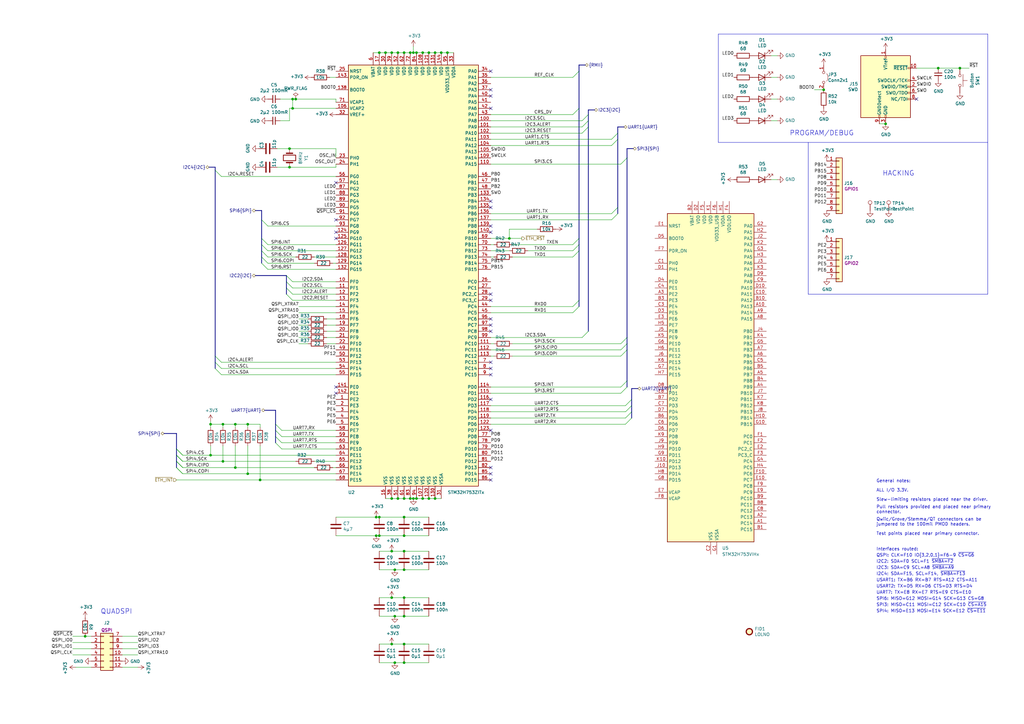
<source format=kicad_sch>
(kicad_sch (version 20250114) (generator "eeschema") (generator_version "9.0")
  (paper "A3")
  (title_block (title "Gimlet-let addon thingy") (date "2021-04-21") (rev "1") (company "Oxide Computer Company"))
  (bus_alias "I2C" (members "SDA" "SCL" "ALERT" "RESET"))
  (bus_alias "UART" (members "RX" "TX" "RTS" "CTS"))
  (text "SPI4: MISO=E13 MOSI=E14 SCK=E12 ~{CS=E11}" (at 359.41 251.46 0) (effects (font (size 1.27 1.27)) (justify left bottom)))
  (text "Slew-limiting resistors placed near the driver." (at 359.41 205.74 0) (effects (font (size 1.27 1.27)) (justify left bottom)))
  (text "QUADSPI" (at 41.275 252.095 0) (effects (font (size 2.0066 2.0066)) (justify left bottom)))
  (text "Test points placed near primary connector." (at 359.41 219.71 0) (effects (font (size 1.27 1.27)) (justify left bottom)))
  (text "ALL I/O 3.3V." (at 359.41 201.93 0) (effects (font (size 1.27 1.27)) (justify left bottom)))
  (text "Pull resistors provided and placed near primary\nconnector." (at 359.41 210.82 0) (effects (font (size 1.27 1.27)) (justify left bottom)))
  (text "Qwiic/Grove/Stemma/QT connectors can be\njumpered to the 100mil PMOD headers." (at 359.41 215.9 0) (effects (font (size 1.27 1.27)) (justify left bottom)))
  (text "I2C3: SDA=C9 SCL=A8 ~{SMBA=A9}" (at 359.41 233.68 0) (effects (font (size 1.27 1.27)) (justify left bottom)))
  (text "SPI6: MISO=G12 MOSI=G14 SCK=G13 CS=G8" (at 359.41 246.38 0) (effects (font (size 1.27 1.27)) (justify left bottom)))
  (text "SPI3: MISO=C11 MOSI=C12 SCK=C10 ~{CS=A15}" (at 359.41 248.92 0) (effects (font (size 1.27 1.27)) (justify left bottom)))
  (text "QSPI: CLK=F10 IO{3,2,0,1}=F6-9 ~{CS=G6}" (at 359.41 228.6 0) (effects (font (size 1.27 1.27)) (justify left bottom)))
  (text "I2C4: SDA=F15, SCL=F14, ~{SMBA=F13}" (at 359.41 236.22 0) (effects (font (size 1.27 1.27)) (justify left bottom)))
  (text "USART2: TX=D5 RX=D6 CTS=D3 RTS=D4" (at 359.41 241.3 0) (effects (font (size 1.27 1.27)) (justify left bottom)))
  (text "USART1: TX=B6 RX=B7 RTS=A12 CTS=A11" (at 359.41 238.76 0) (effects (font (size 1.27 1.27)) (justify left bottom)))
  (text "Interfaces routed:" (at 359.41 226.06 0) (effects (font (size 1.27 1.27)) (justify left bottom)))
  (text "HACKING" (at 361.95 72.39 0) (effects (font (size 2.0066 2.0066)) (justify left bottom)))
  (text "General notes:" (at 359.41 198.12 0) (effects (font (size 1.27 1.27)) (justify left bottom)))
  (text "PROGRAM/DEBUG" (at 323.85 55.88 0) (effects (font (size 2.0066 2.0066)) (justify left bottom)))
  (text "I2C2: SDA=F0 SCL=F1 ~{SMBA=F2}" (at 359.41 231.14 0) (effects (font (size 1.27 1.27)) (justify left bottom)))
  (text "UART7: TX=E8 RX=E7 RTS=E9 CTS=E10" (at 359.41 243.84 0) (effects (font (size 1.27 1.27)) (justify left bottom)))
  (junction (at 101.6 173.99))
  (junction (at 96.52 173.99))
  (junction (at 155.575 21.59))
  (junction (at 161.925 271.78))
  (junction (at 96.52 191.77))
  (junction (at 170.815 21.59))
  (junction (at 165.735 271.78))
  (junction (at 34.925 260.985))
  (junction (at 165.735 212.09))
  (junction (at 208.915 97.79))
  (junction (at 160.655 226.06))
  (junction (at 165.735 252.73))
  (junction (at 168.275 21.59))
  (junction (at 160.655 264.16))
  (junction (at 170.815 204.47))
  (junction (at 169.545 204.47))
  (junction (at 393.7 27.94))
  (junction (at 163.195 204.47))
  (junction (at 155.575 219.71))
  (junction (at 160.655 21.59))
  (junction (at 337.82 36.83))
  (junction (at 173.355 204.47))
  (junction (at 165.735 21.59))
  (junction (at 178.435 21.59))
  (junction (at 91.44 189.23))
  (junction (at 165.735 204.47))
  (junction (at 384.81 27.94))
  (junction (at 178.435 204.47))
  (junction (at 160.655 245.11))
  (junction (at 121.285 40.64))
  (junction (at 168.275 204.47))
  (junction (at 86.36 186.69))
  (junction (at 118.745 68.58))
  (junction (at 106.68 196.85))
  (junction (at 163.195 21.59))
  (junction (at 161.925 252.73))
  (junction (at 169.545 21.59))
  (junction (at 165.735 226.06))
  (junction (at 118.745 60.96))
  (junction (at 154.305 219.71))
  (junction (at 180.975 21.59))
  (junction (at 165.735 233.68))
  (junction (at 165.735 219.71))
  (junction (at 155.575 212.09))
  (junction (at 175.895 21.59))
  (junction (at 154.305 212.09))
  (junction (at 160.655 204.47))
  (junction (at 175.895 204.47))
  (junction (at 120.015 40.64))
  (junction (at 173.355 21.59))
  (junction (at 158.115 21.59))
  (junction (at 120.015 44.45))
  (junction (at 101.6 194.31))
  (junction (at 363.22 50.8))
  (junction (at 86.36 173.99))
  (junction (at 165.735 264.16))
  (junction (at 91.44 173.99))
  (junction (at 161.925 233.68))
  (junction (at 183.515 21.59))
  (junction (at 165.735 245.11))
  (no_connect (at 201.295 123.19))
  (no_connect (at 201.295 176.53))
  (no_connect (at 201.295 44.45))
  (no_connect (at 201.295 85.09))
  (no_connect (at 201.295 39.37))
  (no_connect (at 201.295 120.65))
  (no_connect (at 137.795 90.17))
  (no_connect (at 201.295 36.83))
  (no_connect (at 137.795 158.75))
  (no_connect (at 201.295 163.83))
  (no_connect (at 201.295 151.13))
  (no_connect (at 201.295 153.67))
  (no_connect (at 201.295 82.55))
  (no_connect (at 201.295 196.85))
  (no_connect (at 137.795 97.79))
  (no_connect (at 201.295 194.31))
  (no_connect (at 201.295 148.59))
  (no_connect (at 137.795 95.25))
  (no_connect (at 201.295 29.21))
  (no_connect (at 137.795 161.29))
  (no_connect (at 375.92 40.64))
  (no_connect (at 201.295 133.35))
  (no_connect (at 201.295 135.89))
  (no_connect (at 201.295 191.77))
  (no_connect (at 201.295 92.71))
  (no_connect (at 201.295 130.81))
  (no_connect (at 137.795 74.93))
  (no_connect (at 201.295 95.25))
  (bus_entry (at 259.08 168.91) (size -2.54 2.54))
  (bus_entry (at 72.39 189.23) (size 2.54 2.54))
  (bus_entry (at 88.265 148.59) (size 2.54 2.54))
  (bus_entry (at 107.315 105.41) (size 2.54 2.54))
  (bus_entry (at 107.315 100.33) (size 2.54 2.54))
  (bus_entry (at 72.39 186.69) (size 2.54 2.54))
  (bus_entry (at 117.475 120.65) (size 2.54 2.54))
  (bus_entry (at 237.49 97.79) (size -2.54 2.54))
  (bus_entry (at 113.03 176.53) (size 2.54 2.54))
  (bus_entry (at 257.175 140.97) (size -2.54 2.54))
  (bus_entry (at 241.3 135.89) (size -2.54 2.54))
  (bus_entry (at 107.315 97.79) (size 2.54 2.54))
  (bus_entry (at 259.08 166.37) (size -2.54 2.54))
  (bus_entry (at 257.175 143.51) (size -2.54 2.54))
  (bus_entry (at 259.08 163.83) (size -2.54 2.54))
  (bus_entry (at 237.49 123.19) (size -2.54 2.54))
  (bus_entry (at 237.49 102.87) (size -2.54 2.54))
  (bus_entry (at 241.3 52.07) (size -2.54 2.54))
  (bus_entry (at 113.03 181.61) (size 2.54 2.54))
  (bus_entry (at 237.49 29.21) (size -2.54 2.54))
  (bus_entry (at 72.39 191.77) (size 2.54 2.54))
  (bus_entry (at 113.03 179.07) (size 2.54 2.54))
  (bus_entry (at 107.315 90.17) (size 2.54 2.54))
  (bus_entry (at 237.49 44.45) (size -2.54 2.54))
  (bus_entry (at 257.175 158.75) (size -2.54 2.54))
  (bus_entry (at 117.475 113.03) (size 2.54 2.54))
  (bus_entry (at 72.39 184.15) (size 2.54 2.54))
  (bus_entry (at 253.365 57.15) (size -2.54 2.54))
  (bus_entry (at 253.365 54.61) (size -2.54 2.54))
  (bus_entry (at 113.03 173.99) (size 2.54 2.54))
  (bus_entry (at 88.265 151.13) (size 2.54 2.54))
  (bus_entry (at 107.315 102.87) (size 2.54 2.54))
  (bus_entry (at 259.08 171.45) (size -2.54 2.54))
  (bus_entry (at 257.175 138.43) (size -2.54 2.54))
  (bus_entry (at 253.365 87.63) (size -2.54 2.54))
  (bus_entry (at 241.3 49.53) (size -2.54 2.54))
  (bus_entry (at 72.39 191.77) (size 2.54 2.54))
  (bus_entry (at 72.39 184.15) (size 2.54 2.54))
  (bus_entry (at 72.39 189.23) (size 2.54 2.54))
  (bus_entry (at 257.175 64.77) (size -2.54 2.54))
  (bus_entry (at 72.39 186.69) (size 2.54 2.54))
  (bus_entry (at 88.265 69.85) (size 2.54 2.54))
  (bus_entry (at 237.49 100.33) (size -2.54 2.54))
  (bus_entry (at 117.475 118.11) (size 2.54 2.54))
  (bus_entry (at 107.315 107.95) (size 2.54 2.54))
  (bus_entry (at 117.475 115.57) (size 2.54 2.54))
  (bus_entry (at 237.49 125.73) (size -2.54 2.54))
  (bus_entry (at 88.265 146.05) (size 2.54 2.54))
  (bus_entry (at 253.365 85.09) (size -2.54 2.54))
  (bus_entry (at 257.175 156.21) (size -2.54 2.54))
  (bus_entry (at 241.3 46.99) (size -2.54 2.54))
  (wire (pts (xy 363.22 50.8) (xy 360.68 50.8)))
  (bus (pts (xy 72.39 189.23) (xy 72.39 191.77)))
  (wire (pts (xy 101.6 194.31) (xy 137.795 194.31)))
  (wire (pts (xy 86.36 172.72) (xy 86.36 173.99)))
  (wire (pts (xy 201.295 171.45) (xy 256.54 171.45)))
  (polyline (pts (xy 294.64 13.97) (xy 405.13 13.97)))
  (wire (pts (xy 91.44 173.99) (xy 91.44 175.26)))
  (bus (pts (xy 113.03 173.99) (xy 113.03 176.53)))
  (wire (pts (xy 90.805 151.13) (xy 137.795 151.13)))
  (wire (pts (xy 165.735 245.11) (xy 175.895 245.11)))
  (wire (pts (xy 137.795 68.58) (xy 118.745 68.58)))
  (bus (pts (xy 88.265 68.58) (xy 88.265 69.85)))
  (polyline (pts (xy 294.64 58.42) (xy 294.64 13.97)))
  (wire (pts (xy 122.555 135.89) (xy 126.365 135.89)))
  (bus (pts (xy 88.265 146.05) (xy 88.265 148.59)))
  (wire (pts (xy 170.815 21.59) (xy 173.355 21.59)))
  (wire (pts (xy 201.295 57.15) (xy 250.825 57.15)))
  (bus (pts (xy 104.775 86.36) (xy 107.315 86.36)))
  (wire (pts (xy 153.035 21.59) (xy 155.575 21.59)))
  (wire (pts (xy 91.44 173.99) (xy 96.52 173.99)))
  (wire (pts (xy 208.915 93.98) (xy 220.345 93.98)))
  (bus (pts (xy 240.03 26.67) (xy 237.49 26.67)))
  (wire (pts (xy 155.575 21.59) (xy 158.115 21.59)))
  (wire (pts (xy 165.735 264.16) (xy 175.895 264.16)))
  (wire (pts (xy 201.295 138.43) (xy 238.76 138.43)))
  (bus (pts (xy 257.175 140.97) (xy 257.175 143.51)))
  (bus (pts (xy 241.3 49.53) (xy 241.3 52.07)))
  (bus (pts (xy 67.31 177.8) (xy 72.39 177.8)))
  (wire (pts (xy 120.015 40.64) (xy 121.285 40.64)))
  (wire (pts (xy 210.185 105.41) (xy 234.95 105.41)))
  (bus (pts (xy 257.175 64.77) (xy 257.175 138.43)))
  (wire (pts (xy 155.575 245.11) (xy 160.655 245.11)))
  (wire (pts (xy 50.165 266.065) (xy 56.515 266.065)))
  (wire (pts (xy 133.985 140.97) (xy 137.795 140.97)))
  (bus (pts (xy 237.49 26.67) (xy 237.49 29.21)))
  (bus (pts (xy 257.175 60.96) (xy 257.175 64.77)))
  (wire (pts (xy 29.845 266.065) (xy 37.465 266.065)))
  (wire (pts (xy 161.925 233.68) (xy 155.575 233.68)))
  (wire (pts (xy 137.795 128.27) (xy 122.555 128.27)))
  (wire (pts (xy 160.655 204.47) (xy 163.195 204.47)))
  (wire (pts (xy 56.515 268.605) (xy 50.165 268.605)))
  (wire (pts (xy 109.855 107.95) (xy 128.905 107.95)))
  (wire (pts (xy 384.81 27.94) (xy 375.92 27.94)))
  (bus (pts (xy 241.3 46.99) (xy 241.3 49.53)))
  (wire (pts (xy 122.555 133.35) (xy 126.365 133.35)))
  (wire (pts (xy 91.44 189.23) (xy 121.285 189.23)))
  (wire (pts (xy 180.975 21.59) (xy 183.515 21.59)))
  (wire (pts (xy 202.565 100.33) (xy 201.295 100.33)))
  (wire (pts (xy 175.895 233.68) (xy 165.735 233.68)))
  (wire (pts (xy 118.745 44.45) (xy 118.745 49.53)))
  (wire (pts (xy 155.575 264.16) (xy 160.655 264.16)))
  (wire (pts (xy 158.115 21.59) (xy 160.655 21.59)))
  (wire (pts (xy 114.935 40.64) (xy 120.015 40.64)))
  (wire (pts (xy 316.23 31.75) (xy 318.77 31.75)))
  (wire (pts (xy 137.795 67.31) (xy 137.795 68.58)))
  (wire (pts (xy 201.295 90.17) (xy 250.825 90.17)))
  (wire (pts (xy 168.275 204.47) (xy 169.545 204.47)))
  (wire (pts (xy 178.435 21.59) (xy 180.975 21.59)))
  (wire (pts (xy 34.925 260.985) (xy 37.465 260.985)))
  (wire (pts (xy 120.015 118.11) (xy 137.795 118.11)))
  (wire (pts (xy 208.915 97.79) (xy 213.995 97.79)))
  (wire (pts (xy 121.285 40.64) (xy 137.795 40.64)))
  (wire (pts (xy 120.015 123.19) (xy 137.795 123.19)))
  (bus (pts (xy 243.84 45.085) (xy 241.3 45.085)))
  (wire (pts (xy 137.795 212.09) (xy 154.305 212.09)))
  (wire (pts (xy 137.795 219.71) (xy 154.305 219.71)))
  (bus (pts (xy 237.49 100.33) (xy 237.49 102.87)))
  (wire (pts (xy 50.165 263.525) (xy 56.515 263.525)))
  (wire (pts (xy 120.015 44.45) (xy 118.745 44.45)))
  (wire (pts (xy 393.7 27.94) (xy 384.81 27.94)))
  (wire (pts (xy 106.68 196.85) (xy 137.795 196.85)))
  (wire (pts (xy 115.57 184.15) (xy 137.795 184.15)))
  (wire (pts (xy 133.985 138.43) (xy 137.795 138.43)))
  (wire (pts (xy 109.855 100.33) (xy 137.795 100.33)))
  (bus (pts (xy 113.03 168.275) (xy 113.03 173.99)))
  (bus (pts (xy 72.39 186.69) (xy 72.39 189.23)))
  (bus (pts (xy 85.725 68.58) (xy 88.265 68.58)))
  (wire (pts (xy 86.36 182.88) (xy 86.36 186.69)))
  (wire (pts (xy 178.435 204.47) (xy 180.975 204.47)))
  (wire (pts (xy 210.185 140.97) (xy 254.635 140.97)))
  (bus (pts (xy 237.49 97.79) (xy 237.49 100.33)))
  (wire (pts (xy 122.555 130.81) (xy 126.365 130.81)))
  (wire (pts (xy 201.295 67.31) (xy 254.635 67.31)))
  (wire (pts (xy 316.23 73.66) (xy 318.77 73.66)))
  (wire (pts (xy 163.195 204.47) (xy 165.735 204.47)))
  (wire (pts (xy 175.895 271.78) (xy 165.735 271.78)))
  (wire (pts (xy 31.115 273.685) (xy 37.465 273.685)))
  (wire (pts (xy 201.295 59.69) (xy 250.825 59.69)))
  (wire (pts (xy 90.805 72.39) (xy 137.795 72.39)))
  (wire (pts (xy 133.985 135.89) (xy 137.795 135.89)))
  (bus (pts (xy 259.715 60.96) (xy 257.175 60.96)))
  (wire (pts (xy 165.735 271.78) (xy 161.925 271.78)))
  (bus (pts (xy 253.365 57.15) (xy 253.365 85.09)))
  (wire (pts (xy 137.795 64.77) (xy 137.795 60.96)))
  (wire (pts (xy 122.555 138.43) (xy 126.365 138.43)))
  (bus (pts (xy 104.775 113.03) (xy 117.475 113.03)))
  (wire (pts (xy 201.295 105.41) (xy 202.565 105.41)))
  (wire (pts (xy 155.575 226.06) (xy 160.655 226.06)))
  (bus (pts (xy 253.365 85.09) (xy 253.365 87.63)))
  (bus (pts (xy 253.365 54.61) (xy 253.365 57.15)))
  (wire (pts (xy 109.855 102.87) (xy 137.795 102.87)))
  (bus (pts (xy 113.03 176.53) (xy 113.03 179.07)))
  (wire (pts (xy 397.51 27.94) (xy 393.7 27.94)))
  (wire (pts (xy 90.805 148.59) (xy 137.795 148.59)))
  (wire (pts (xy 160.655 226.06) (xy 165.735 226.06)))
  (bus (pts (xy 259.08 168.91) (xy 259.08 171.45)))
  (wire (pts (xy 106.68 175.26) (xy 106.68 173.99)))
  (wire (pts (xy 86.36 173.99) (xy 86.36 175.26)))
  (wire (pts (xy 201.295 168.91) (xy 256.54 168.91)))
  (wire (pts (xy 165.735 226.06) (xy 175.895 226.06)))
  (wire (pts (xy 115.57 176.53) (xy 137.795 176.53)))
  (wire (pts (xy 137.795 60.96) (xy 118.745 60.96)))
  (bus (pts (xy 113.03 179.07) (xy 113.03 181.61)))
  (wire (pts (xy 169.545 21.59) (xy 170.815 21.59)))
  (wire (pts (xy 106.68 182.88) (xy 106.68 196.85)))
  (bus (pts (xy 107.315 97.79) (xy 107.315 100.33)))
  (wire (pts (xy 201.295 158.75) (xy 254.635 158.75)))
  (wire (pts (xy 133.985 130.81) (xy 137.795 130.81)))
  (wire (pts (xy 86.36 173.99) (xy 91.44 173.99)))
  (bus (pts (xy 257.175 138.43) (xy 257.175 140.97)))
  (wire (pts (xy 160.655 245.11) (xy 165.735 245.11)))
  (wire (pts (xy 318.77 49.53) (xy 316.23 49.53)))
  (bus (pts (xy 257.175 143.51) (xy 257.175 156.21)))
  (wire (pts (xy 155.575 212.09) (xy 165.735 212.09)))
  (wire (pts (xy 201.295 146.05) (xy 202.565 146.05)))
  (wire (pts (xy 316.23 40.64) (xy 318.77 40.64)))
  (wire (pts (xy 201.295 125.73) (xy 234.95 125.73)))
  (polyline (pts (xy 405.13 58.42) (xy 294.64 58.42)))
  (wire (pts (xy 109.855 110.49) (xy 137.795 110.49)))
  (wire (pts (xy 165.735 233.68) (xy 161.925 233.68)))
  (wire (pts (xy 216.535 102.87) (xy 234.95 102.87)))
  (wire (pts (xy 137.795 40.64) (xy 137.795 41.91)))
  (bus (pts (xy 108.585 168.275) (xy 113.03 168.275)))
  (wire (pts (xy 115.57 179.07) (xy 137.795 179.07)))
  (wire (pts (xy 154.305 212.09) (xy 155.575 212.09)))
  (wire (pts (xy 120.015 40.64) (xy 120.015 44.45)))
  (wire (pts (xy 137.795 44.45) (xy 120.015 44.45)))
  (wire (pts (xy 96.52 173.99) (xy 96.52 175.26)))
  (wire (pts (xy 163.195 21.59) (xy 165.735 21.59)))
  (wire (pts (xy 173.355 204.47) (xy 175.895 204.47)))
  (wire (pts (xy 201.295 52.07) (xy 238.76 52.07)))
  (wire (pts (xy 74.93 186.69) (xy 86.36 186.69)))
  (wire (pts (xy 113.665 60.96) (xy 118.745 60.96)))
  (wire (pts (xy 155.575 219.71) (xy 154.305 219.71)))
  (bus (pts (xy 237.49 44.45) (xy 237.49 97.79)))
  (bus (pts (xy 72.39 184.15) (xy 72.39 186.69)))
  (bus (pts (xy 241.3 52.07) (xy 241.3 135.89)))
  (wire (pts (xy 169.545 19.05) (xy 169.545 21.59)))
  (bus (pts (xy 237.49 123.19) (xy 237.49 125.73)))
  (bus (pts (xy 237.49 29.21) (xy 237.49 44.45)))
  (wire (pts (xy 168.275 21.59) (xy 169.545 21.59)))
  (wire (pts (xy 109.855 92.71) (xy 137.795 92.71)))
  (wire (pts (xy 165.735 252.73) (xy 161.925 252.73)))
  (wire (pts (xy 316.23 22.86) (xy 318.77 22.86)))
  (bus (pts (xy 255.905 52.07) (xy 253.365 52.07)))
  (wire (pts (xy 50.165 260.985) (xy 56.515 260.985)))
  (wire (pts (xy 208.915 97.79) (xy 208.915 93.98)))
  (wire (pts (xy 201.295 54.61) (xy 238.76 54.61)))
  (wire (pts (xy 160.655 21.59) (xy 163.195 21.59)))
  (wire (pts (xy 74.93 194.31) (xy 101.6 194.31)))
  (bus (pts (xy 257.175 156.21) (xy 257.175 158.75)))
  (bus (pts (xy 88.265 148.59) (xy 88.265 151.13)))
  (polyline (pts (xy 331.47 120.65) (xy 405.13 120.65)))
  (wire (pts (xy 113.665 68.58) (xy 118.745 68.58)))
  (wire (pts (xy 136.525 191.77) (xy 137.795 191.77)))
  (wire (pts (xy 96.52 182.88) (xy 96.52 191.77)))
  (wire (pts (xy 173.355 21.59) (xy 175.895 21.59)))
  (bus (pts (xy 259.08 166.37) (xy 259.08 168.91)))
  (polyline (pts (xy 405.13 13.97) (xy 405.13 120.65)))
  (bus (pts (xy 117.475 118.11) (xy 117.475 120.65)))
  (wire (pts (xy 74.93 189.23) (xy 91.44 189.23)))
  (bus (pts (xy 253.365 52.07) (xy 253.365 54.61)))
  (wire (pts (xy 161.925 252.73) (xy 155.575 252.73)))
  (polyline (pts (xy 331.47 58.42) (xy 331.47 120.65)))
  (wire (pts (xy 165.735 212.09) (xy 175.895 212.09)))
  (wire (pts (xy 201.295 97.79) (xy 208.915 97.79)))
  (wire (pts (xy 133.985 133.35) (xy 137.795 133.35)))
  (wire (pts (xy 101.6 173.99) (xy 101.6 175.26)))
  (wire (pts (xy 74.93 191.77) (xy 96.52 191.77)))
  (wire (pts (xy 201.295 140.97) (xy 202.565 140.97)))
  (bus (pts (xy 107.315 100.33) (xy 107.315 102.87)))
  (wire (pts (xy 101.6 182.88) (xy 101.6 194.31)))
  (bus (pts (xy 117.475 115.57) (xy 117.475 118.11)))
  (wire (pts (xy 201.295 143.51) (xy 254.635 143.51)))
  (bus (pts (xy 107.315 102.87) (xy 107.315 105.41)))
  (bus (pts (xy 72.39 177.8) (xy 72.39 184.15)))
  (wire (pts (xy 122.555 140.97) (xy 126.365 140.97)))
  (wire (pts (xy 161.925 271.78) (xy 155.575 271.78)))
  (wire (pts (xy 201.295 128.27) (xy 234.95 128.27)))
  (bus (pts (xy 261.62 159.385) (xy 259.08 159.385)))
  (wire (pts (xy 135.255 31.75) (xy 137.795 31.75)))
  (wire (pts (xy 96.52 173.99) (xy 101.6 173.99)))
  (wire (pts (xy 201.295 161.29) (xy 254.635 161.29)))
  (wire (pts (xy 210.185 146.05) (xy 254.635 146.05)))
  (wire (pts (xy 201.295 102.87) (xy 208.915 102.87)))
  (wire (pts (xy 165.735 219.71) (xy 155.575 219.71)))
  (bus (pts (xy 237.49 102.87) (xy 237.49 123.19)))
  (wire (pts (xy 118.745 49.53) (xy 114.935 49.53)))
  (wire (pts (xy 109.855 105.41) (xy 121.285 105.41)))
  (wire (pts (xy 210.185 100.33) (xy 234.95 100.33)))
  (wire (pts (xy 165.735 204.47) (xy 168.275 204.47)))
  (wire (pts (xy 158.115 204.47) (xy 160.655 204.47)))
  (wire (pts (xy 101.6 173.99) (xy 106.68 173.99)))
  (wire (pts (xy 169.545 204.47) (xy 170.815 204.47)))
  (bus (pts (xy 88.265 69.85) (xy 88.265 146.05)))
  (wire (pts (xy 29.845 260.985) (xy 34.925 260.985)))
  (wire (pts (xy 137.795 125.73) (xy 122.555 125.73)))
  (wire (pts (xy 29.845 268.605) (xy 37.465 268.605)))
  (wire (pts (xy 72.39 196.85) (xy 106.68 196.85)))
  (wire (pts (xy 334.01 36.83) (xy 337.82 36.83)))
  (wire (pts (xy 170.815 204.47) (xy 173.355 204.47)))
  (wire (pts (xy 91.44 182.88) (xy 91.44 189.23)))
  (wire (pts (xy 201.295 173.99) (xy 256.54 173.99)))
  (wire (pts (xy 136.525 107.95) (xy 137.795 107.95)))
  (bus (pts (xy 259.08 159.385) (xy 259.08 163.83)))
  (wire (pts (xy 56.515 273.685) (xy 50.165 273.685)))
  (wire (pts (xy 201.295 87.63) (xy 250.825 87.63)))
  (wire (pts (xy 160.655 264.16) (xy 165.735 264.16)))
  (wire (pts (xy 201.295 46.99) (xy 234.95 46.99)))
  (wire (pts (xy 165.735 21.59) (xy 168.275 21.59)))
  (bus (pts (xy 107.315 105.41) (xy 107.315 107.95)))
  (wire (pts (xy 175.895 252.73) (xy 165.735 252.73)))
  (wire (pts (xy 175.895 204.47) (xy 178.435 204.47)))
  (wire (pts (xy 175.895 21.59) (xy 178.435 21.59)))
  (wire (pts (xy 175.895 219.71) (xy 165.735 219.71)))
  (wire (pts (xy 86.36 186.69) (xy 137.795 186.69)))
  (wire (pts (xy 120.015 120.65) (xy 137.795 120.65)))
  (bus (pts (xy 107.315 86.36) (xy 107.315 90.17)))
  (wire (pts (xy 183.515 21.59) (xy 186.055 21.59)))
  (wire (pts (xy 201.295 31.75) (xy 234.95 31.75)))
  (wire (pts (xy 96.52 191.77) (xy 128.905 191.77)))
  (wire (pts (xy 29.845 263.525) (xy 37.465 263.525)))
  (wire (pts (xy 128.905 105.41) (xy 137.795 105.41)))
  (bus (pts (xy 117.475 113.03) (xy 117.475 115.57)))
  (wire (pts (xy 90.805 153.67) (xy 137.795 153.67)))
  (wire (pts (xy 128.905 189.23) (xy 137.795 189.23)))
  (bus (pts (xy 259.08 163.83) (xy 259.08 166.37)))
  (wire (pts (xy 201.295 49.53) (xy 238.76 49.53)))
  (wire (pts (xy 115.57 181.61) (xy 137.795 181.61)))
  (bus (pts (xy 241.3 45.085) (xy 241.3 46.99)))
  (wire (pts (xy 120.015 115.57) (xy 137.795 115.57)))
  (wire (pts (xy 201.295 166.37) (xy 256.54 166.37)))
  (bus (pts (xy 107.315 90.17) (xy 107.315 97.79)))
  (label "~{RST}" (at 397.51 27.94 0))
  (label "TXEN" (at 224.155 100.33 0))
  (label "UART2.RX" (at 219.075 173.99 0))
  (label "QSPI_IO1" (at 122.555 138.43 180))
  (label "BOOT0" (at 334.01 36.83 180))
  (label "I2C4.RESET" (at 93.345 72.39 0))
  (label "UART1.RX" (at 215.9 90.17 0))
  (label "QSPI_CLK" (at 122.555 140.97 180))
  (label "I2C3.ALERT" (at 215.265 52.07 0))
  (label "SPI6.RST" (at 111.125 110.49 0))
  (label "PE5" (at 339.09 109.22 180))
  (label "PB0" (at 201.295 72.39 0))
  (label "PF11" (at 137.795 143.51 180))
  (label "PE2" (at 339.09 101.6 180))
  (label "LED1" (at 300.99 31.75 180))
  (label "SPI6.SCK" (at 111.125 105.41 0))
  (label "QSPI_CLK" (at 29.845 268.605 180))
  (label "BOOT0" (at 137.795 36.83 180))
  (label "I2C2.SCL" (at 123.825 118.11 0))
  (label "PE4" (at 339.09 106.68 180))
  (label "UART7.RTS" (at 120.015 181.61 0))
  (label "OSC_IN" (at 137.795 64.77 180))
  (label "LED3" (at 137.795 85.09 180))
  (label "TXD1" (at 219.075 105.41 0))
  (label "~{QSPI_CS}" (at 29.845 260.985 180))
  (label "SPI3.RST" (at 219.075 161.29 0))
  (label "QSPI_XTRA7" (at 122.555 125.73 180))
  (label "SWDIO" (at 375.92 35.56 0))
  (label "LED2" (at 300.99 40.64 180))
  (label "SPI6.COPI" (at 111.125 107.95 0))
  (label "PB1" (at 201.295 74.93 0))
  (label "QSPI_XTRA10" (at 122.555 128.27 180))
  (label "QSPI_IO2" (at 122.555 133.35 180))
  (label "QSPI_IO3" (at 122.555 130.81 180))
  (label "RXD0" (at 219.075 125.73 0))
  (label "PD12" (at 339.09 83.82 180))
  (label "SWDIO" (at 201.295 62.23 0))
  (label "SWO" (at 201.295 80.01 0))
  (label "~{QSPI_CS}" (at 137.795 87.63 180))
  (label "LED3" (at 300.99 49.53 180))
  (label "CRS_DV" (at 219.075 46.99 0))
  (label "I2C2.SDA" (at 123.825 115.57 0))
  (label "UART1.RTS" (at 215.265 59.69 0))
  (label "QSPI_XTRA10" (at 56.515 268.605 0))
  (label "PD10" (at 201.295 184.15 0))
  (label "SPI3.INT" (at 219.075 158.75 0))
  (label "SWO" (at 375.92 38.1 0))
  (label "I2C3.RESET" (at 215.265 54.61 0))
  (label "PE3" (at 339.09 104.14 180))
  (label "QSPI_XTRA7" (at 56.515 260.985 0))
  (label "I2C2.ALERT" (at 123.825 120.65 0))
  (label "PB14" (at 201.295 107.95 0))
  (label "PE6" (at 339.09 111.76 180))
  (label "SPI3.COPI" (at 219.075 146.05 0))
  (label "UART7.CTS" (at 120.015 184.15 0))
  (label "SWCLK" (at 201.295 64.77 0))
  (label "SPI6.CIPO" (at 111.125 102.87 0))
  (label "UART2.RTS" (at 219.075 168.91 0))
  (label "SPI3.CIPO" (at 219.075 143.51 0))
  (label "SPI4.CIPO" (at 76.2 191.77 0))
  (label "LED2" (at 137.795 82.55 180))
  (label "SPI4.SCK" (at 76.2 189.23 0))
  (label "PE6" (at 137.795 173.99 180))
  (label "UART1.CTS" (at 215.265 57.15 0))
  (label "PD11" (at 201.295 186.69 0))
  (label "PD12" (at 201.295 189.23 0))
  (label "PE3" (at 137.795 166.37 180))
  (label "QSPI_IO2" (at 56.515 263.525 0))
  (label "PD8" (at 201.295 179.07 0))
  (label "UART7.TX" (at 120.015 179.07 0))
  (label "I2C4.SDA" (at 93.345 153.67 0))
  (label "QSPI_IO0" (at 122.555 135.89 180))
  (label "I2C4.ALERT" (at 93.345 148.59 0))
  (label "SPI6.CS" (at 111.125 92.71 0))
  (label "PD10" (at 339.09 78.74 180))
  (label "QSPI_IO0" (at 29.845 263.525 180))
  (label "UART2.CTS" (at 219.075 166.37 0))
  (label "PB15" (at 339.09 71.12 180))
  (label "~{RST}" (at 137.795 29.21 180))
  (label "PE5" (at 137.795 171.45 180))
  (label "PB14" (at 339.09 68.58 180))
  (label "PD9" (at 201.295 181.61 0))
  (label "LED0" (at 300.99 22.86 180))
  (label "SPI3.CS" (at 219.075 67.31 0))
  (label "PD11" (at 339.09 81.28 180))
  (label "LED0" (at 137.795 77.47 180))
  (label "QSPI_IO1" (at 29.845 266.065 180))
  (label "SPI4.CS" (at 76.2 186.69 0))
  (label "PE2" (at 137.795 163.83 180))
  (label "I2C4.SCL" (at 93.345 151.13 0))
  (label "PD8" (at 339.09 73.66 180))
  (label "SWCLK" (at 375.92 33.02 0))
  (label "UART7.RX" (at 120.015 176.53 0))
  (label "SPI6.INT" (at 111.125 100.33 0))
  (label "I2C2.RESET" (at 123.825 123.19 0))
  (label "QSPI_IO3" (at 56.515 266.065 0))
  (label "UART2.TX" (at 219.075 171.45 0))
  (label "REF_CLK" (at 219.075 31.75 0))
  (label "PE4" (at 137.795 168.91 180))
  (label "I2C3.SDA" (at 215.265 138.43 0))
  (label "I2C3.SCL" (at 215.265 49.53 0))
  (label "RXD1" (at 219.075 128.27 0))
  (label "LED1" (at 137.795 80.01 180))
  (label "PF12" (at 137.795 146.05 180))
  (label "SPI3.SCK" (at 219.075 140.97 0))
  (label "OSC_OUT" (at 137.795 67.31 180))
  (label "SPI4.COPI" (at 76.2 194.31 0))
  (label "PB15" (at 201.295 110.49 0))
  (label "PD9" (at 339.09 76.2 180))
  (label "TXD0" (at 219.075 102.87 0))
  (label "PB2" (at 201.295 77.47 0))
  (label "UART1.TX" (at 215.9 87.63 0))
  (hierarchical_label "UART7{UART}" (shape bidirectional) (at 108.585 168.275 180))
  (hierarchical_label "SPI4{SPI}" (shape bidirectional) (at 67.31 177.8 180))
  (hierarchical_label "~{ETH_RST}" (shape output) (at 213.995 97.79 0))
  (hierarchical_label "{RMII}" (shape bidirectional) (at 240.03 26.67 0))
  (hierarchical_label "I2C3{I2C}" (shape bidirectional) (at 243.84 45.085 0))
  (hierarchical_label "UART1{UART}" (shape bidirectional) (at 255.905 52.07 0))
  (hierarchical_label "I2C4{I2C}" (shape bidirectional) (at 85.725 68.58 180))
  (hierarchical_label "~{ETH_INT}" (shape input) (at 72.39 196.85 180))
  (hierarchical_label "SPI6{SPI}" (shape bidirectional) (at 104.775 86.36 180))
  (hierarchical_label "I2C2{I2C}" (shape bidirectional) (at 104.775 113.03 180))
  (hierarchical_label "UART2{UART}" (shape bidirectional) (at 261.62 159.385 0))
  (hierarchical_label "SPI3{SPI}" (shape bidirectional) (at 259.715 60.96 0))
  (symbol (lib_id "gimletlet-rescue:Conn_ARM_JTAG_SWD_10-Connector") (at 363.22 35.56 0) (unit 1)
    (property "Reference" "J15" (at 351.9678 34.3916 0) (effects (justify right)))
    (property "Value" "SWD" (at 351.9678 36.703 0) (effects (justify right)))
    (property "Footprint" "Connector_PinHeader_1.27mm:PinHeader_2x05_P1.27mm_Vertical_SMD" (effects (hide yes)))
    (property "Datasheet" "http://infocenter.arm.com/help/topic/com.arm.doc.ddi0314h/DDI0314H_coresight_components_trm.pdf" (effects (hide yes)))
    (property "MPN" "FTSH-105-01-F-DV-K" (effects (hide yes)))
    (property "Mfg" "Samtec Inc." (effects (hide yes)))
    (property "Comment" "SWD" (effects (hide yes)))
  )
  (symbol (lib_id "gimletlet-rescue:SW_Push-Switch") (at 393.7 33.02 270) (unit 1)
    (property "Reference" "SW1" (at 400.939 33.02 0))
    (property "Value" "Button" (at 398.6276 33.02 0))
    (property "Footprint" "c-and-k-pts851:PTS815" (effects (hide yes)))
    (property "MPN" "PTS815 SJM 250 SMTR LFS" (effects (hide yes)))
    (property "Mfg" "C&K" (effects (hide yes)))
    (property "Comment" "RESET" (effects (hide yes)))
  )
  (symbol (lib_id "gimletlet-rescue:Crystal-Device") (at 118.745 64.77 270) (mirror x) (unit 1)
    (property "Reference" "Y1" (at 125.5522 64.77 0))
    (property "Value" "8MHz" (at 123.2408 64.77 0))
    (property "Footprint" "Crystal:Crystal_SMD_5032-2Pin_5.0x3.2mm" (effects (hide yes)))
    (property "Mfg" " ECS Inc." (effects (hide yes)))
    (property "MPN" "ECS-80-12-30Q-DS-TR" (effects (hide yes)))
  )
  (symbol (lib_id "gimletlet-rescue:C_Small-Device") (at 384.81 30.48 0) (unit 1)
    (property "Reference" "C20" (at 387.1468 29.3116 0) (effects (justify left)))
    (property "Value" "100n" (at 387.1468 31.623 0) (effects (justify left)))
    (property "Footprint" "Capacitor_SMD:C_0402_1005Metric" (effects (hide yes)))
    (property "MPN" "C0603C104M4RACTU" (effects (hide yes)))
    (property "Mfg" "Kemet" (effects (hide yes)))
  )
  (symbol (lib_id "gimletlet-rescue:GND-power") (at 393.7 38.1 0) (unit 1)
    (property "Reference" "#PWR0107" (effects (hide yes)))
    (property "Value" "GND" (at 393.827 42.4942 0))
  )
  (symbol (lib_id "gimletlet-rescue:GND-power") (at 384.81 33.02 0) (unit 1)
    (property "Reference" "#PWR0104" (effects (hide yes)))
    (property "Value" "GND" (at 384.937 37.4142 0))
  )
  (symbol (lib_id "gimletlet-rescue:GND-power") (at 363.22 50.8 0) (unit 1)
    (property "Reference" "#PWR099" (effects (hide yes)))
    (property "Value" "GND" (at 363.347 55.1942 0))
  )
  (symbol (lib_id "gimletlet-rescue:+3V3-power") (at 363.22 20.32 0) (unit 1)
    (property "Reference" "#PWR098" (effects (hide yes)))
    (property "Value" "+3V3" (at 363.601 15.9258 0))
  )
  (symbol (lib_id "stm32h7:STM32H753ZITx") (at 170.815 113.03 0) (unit 1)
    (property "Reference" "U2" (at 144.145 201.93 0))
    (property "Value" "STM32H753ZITx" (at 191.135 201.93 0))
    (property "Footprint" "Package_QFP:LQFP-144_20x20mm_P0.5mm" (effects (hide yes)))
    (property "Datasheet" "http://www.st.com/st-web-ui/static/active/en/resource/technical/document/datasheet/DM00388325.pdf" (effects (hide yes)))
    (property "MPN" "STM32H753ZIT6" (effects (hide yes)))
    (property "Mfg" "STMicroelectronics" (effects (hide yes)))
  )
  (symbol (lib_id "gimletlet-rescue:C_Small-Device") (at 112.395 40.64 270) (unit 1)
    (property "Reference" "C5" (at 112.395 34.8234 90))
    (property "Value" "2µ2 100mR" (at 112.395 37.1348 90))
    (property "Footprint" "Capacitor_SMD:C_0603_1608Metric" (effects (hide yes)))
    (property "MPN" "C0603C225K4PACTU" (effects (hide yes)))
    (property "Mfg" "Kemet" (effects (hide yes)))
  )
  (symbol (lib_id "gimletlet-rescue:C_Small-Device") (at 112.395 49.53 270) (unit 1)
    (property "Reference" "C6" (at 112.395 43.7134 90))
    (property "Value" "2µ2 100mR" (at 112.395 46.0248 90))
    (property "Footprint" "Capacitor_SMD:C_0603_1608Metric" (effects (hide yes)))
    (property "MPN" "C0603C225K4PACTU" (effects (hide yes)))
    (property "Mfg" "Kemet" (effects (hide yes)))
  )
  (symbol (lib_id "gimletlet-rescue:GND-power") (at 109.855 40.64 270) (unit 1)
    (property "Reference" "#PWR072" (effects (hide yes)))
    (property "Value" "GND" (at 106.6038 40.767 90) (effects (justify right)))
  )
  (symbol (lib_id "gimletlet-rescue:GND-power") (at 109.855 49.53 270) (unit 1)
    (property "Reference" "#PWR073" (effects (hide yes)))
    (property "Value" "GND" (at 106.6038 49.657 90) (effects (justify right)))
  )
  (symbol (lib_id "gimletlet-rescue:R-Device") (at 131.445 31.75 270) (unit 1)
    (property "Reference" "R38" (at 131.445 29.21 90))
    (property "Value" "10k" (at 131.445 31.75 90))
    (property "Footprint" "Resistor_SMD:R_0402_1005Metric" (effects (hide yes)))
    (property "MPN" "CR0603-JW-103ELF" (effects (hide yes)))
    (property "Mfg" "Bourns Inc." (effects (hide yes)))
  )
  (symbol (lib_id "gimletlet-rescue:+3V3-power") (at 127.635 31.75 90) (unit 1)
    (property "Reference" "#PWR074" (effects (hide yes)))
    (property "Value" "+3V3" (at 124.3838 31.369 90) (effects (justify left)))
  )
  (symbol (lib_id "gimletlet-rescue:PWR_FLAG-power") (at 121.285 40.64 0) (unit 1)
    (property "Reference" "#FLG01" (effects (hide yes)))
    (property "Value" "PWR_FLAG" (at 121.285 36.2458 0))
  )
  (symbol (lib_id "gimletlet-rescue:+3V3-power") (at 169.545 19.05 0) (unit 1)
    (property "Reference" "#PWR084" (effects (hide yes)))
    (property "Value" "+3V3" (at 169.926 14.6558 0))
  )
  (symbol (lib_id "gimletlet-rescue:GND-power") (at 169.545 204.47 0) (unit 1)
    (property "Reference" "#PWR085" (effects (hide yes)))
    (property "Value" "GND" (at 169.672 208.8642 0))
  )
  (symbol (lib_id "gimletlet-rescue:R-Device") (at 206.375 100.33 270) (unit 1)
    (property "Reference" "R42" (at 205.105 97.79 90))
    (property "Value" "22" (at 206.375 100.33 90))
    (property "Footprint" "Resistor_SMD:R_0402_1005Metric" (effects (hide yes)))
    (property "MPN" "CR0603-JW-220ELF" (effects (hide yes)))
    (property "Mfg" "Bourns Inc." (effects (hide yes)))
  )
  (symbol (lib_id "gimletlet-rescue:R-Device") (at 206.375 105.41 270) (unit 1)
    (property "Reference" "R43" (at 205.105 102.87 90))
    (property "Value" "22" (at 206.375 105.41 90))
    (property "Footprint" "Resistor_SMD:R_0402_1005Metric" (effects (hide yes)))
    (property "MPN" "CR0603-JW-220ELF" (effects (hide yes)))
    (property "Mfg" "Bourns Inc." (effects (hide yes)))
  )
  (symbol (lib_id "gimletlet-rescue:R-Device") (at 212.725 102.87 270) (unit 1)
    (property "Reference" "R47" (at 211.455 100.33 90))
    (property "Value" "22" (at 212.725 102.87 90))
    (property "Footprint" "Resistor_SMD:R_0402_1005Metric" (effects (hide yes)))
    (property "MPN" "CR0603-JW-220ELF" (effects (hide yes)))
    (property "Mfg" "Bourns Inc." (effects (hide yes)))
  )
  (symbol (lib_id "gimletlet-rescue:C-Device") (at 109.855 68.58 270) (mirror x) (unit 1)
    (property "Reference" "C4" (at 107.315 68.58 0) (effects (justify left)))
    (property "Value" "11p" (at 112.395 68.58 0) (effects (justify left)))
    (property "Footprint" "Capacitor_SMD:C_0603_1608Metric" (effects (hide yes)))
    (property "MPN" "C0603C110J5GACTU" (effects (hide yes)))
    (property "Mfg" "Kemet" (effects (hide yes)))
  )
  (symbol (lib_id "gimletlet-rescue:C-Device") (at 109.855 60.96 270) (mirror x) (unit 1)
    (property "Reference" "C3" (at 107.315 60.96 0) (effects (justify left)))
    (property "Value" "11p" (at 112.395 60.96 0) (effects (justify left)))
    (property "Footprint" "Capacitor_SMD:C_0603_1608Metric" (effects (hide yes)))
    (property "MPN" "C0603C110J5GACTU" (effects (hide yes)))
    (property "Mfg" "Kemet" (effects (hide yes)))
  )
  (symbol (lib_id "gimletlet-rescue:GND-power") (at 106.045 68.58 270) (mirror x) (unit 1)
    (property "Reference" "#PWR071" (effects (hide yes)))
    (property "Value" "GND" (at 101.6508 68.453 0))
  )
  (symbol (lib_id "gimletlet-rescue:GND-power") (at 106.045 60.96 270) (mirror x) (unit 1)
    (property "Reference" "#PWR070" (effects (hide yes)))
    (property "Value" "GND" (at 101.6508 60.833 0))
  )
  (symbol (lib_id "gimletlet-rescue:R-Device") (at 337.82 40.64 0) (unit 1)
    (property "Reference" "R52" (at 339.598 39.4716 0) (effects (justify left)))
    (property "Value" "10k" (at 339.598 41.783 0) (effects (justify left)))
    (property "Footprint" "Resistor_SMD:R_0402_1005Metric" (effects (hide yes)))
    (property "MPN" "CR0603-JW-103ELF" (effects (hide yes)))
    (property "Mfg" "Bourns Inc." (effects (hide yes)))
  )
  (symbol (lib_id "gimletlet-rescue:Jumper_2_Open-Jumper") (at 337.82 31.75 270) (unit 1)
    (property "Reference" "JP3" (at 339.5472 30.5816 90) (effects (justify left)))
    (property "Value" "Conn2x1" (at 339.5472 32.893 90) (effects (justify left)))
    (property "Footprint" "Connector_PinHeader_2.54mm:PinHeader_2x01_P2.54mm_Vertical" (effects (hide yes)))
    (property "MPN" "PH1-02-UA" (effects (hide yes)))
    (property "Mfg" "Adam Tech" (effects (hide yes)))
    (property "Comment" "ROM" (effects (hide yes)))
  )
  (symbol (lib_id "gimletlet-rescue:+3V3-power") (at 337.82 26.67 0) (unit 1)
    (property "Reference" "#PWR090" (effects (hide yes)))
    (property "Value" "+3V3" (at 338.201 22.2758 0))
  )
  (symbol (lib_id "gimletlet-rescue:GND-power") (at 337.82 44.45 0) (unit 1)
    (property "Reference" "#PWR091" (effects (hide yes)))
    (property "Value" "GND" (at 337.947 48.8442 0))
  )
  (symbol (lib_id "gimletlet-rescue:LED-Device") (at 312.42 22.86 180) (unit 1)
    (property "Reference" "D1" (at 312.5978 16.383 0))
    (property "Value" "LED" (at 312.5978 18.6944 0))
    (property "Footprint" "LED_SMD:LED_0603_1608Metric" (effects (hide yes)))
    (property "MPN" "150060RS75000" (effects (hide yes)))
    (property "Mfg" "Würth Elektronik" (effects (hide yes)))
  )
  (symbol (lib_id "gimletlet-rescue:LED-Device") (at 312.42 31.75 180) (unit 1)
    (property "Reference" "D2" (at 312.5978 25.273 0))
    (property "Value" "LED" (at 312.5978 27.5844 0))
    (property "Footprint" "LED_SMD:LED_0603_1608Metric" (effects (hide yes)))
    (property "MPN" "150060AS75000" (effects (hide yes)))
    (property "Mfg" "Würth Elektronik" (effects (hide yes)))
  )
  (symbol (lib_id "gimletlet-rescue:LED-Device") (at 312.42 40.64 180) (unit 1)
    (property "Reference" "D3" (at 312.5978 34.163 0))
    (property "Value" "LED" (at 312.5978 36.4744 0))
    (property "Footprint" "LED_SMD:LED_0603_1608Metric" (effects (hide yes)))
    (property "MPN" "150060GS75000" (effects (hide yes)))
    (property "Mfg" "Würth Elektronik" (effects (hide yes)))
  )
  (symbol (lib_id "gimletlet-rescue:LED-Device") (at 312.42 49.53 180) (unit 1)
    (property "Reference" "D4" (at 312.5978 43.053 0))
    (property "Value" "LED" (at 312.5978 45.3644 0))
    (property "Footprint" "LED_SMD:LED_0603_1608Metric" (effects (hide yes)))
    (property "MPN" "150060BS75000" (effects (hide yes)))
    (property "Mfg" "Würth Elektronik" (effects (hide yes)))
  )
  (symbol (lib_id "gimletlet-rescue:R-Device") (at 304.8 22.86 270) (unit 1)
    (property "Reference" "R48" (at 304.8 17.6022 90))
    (property "Value" "68" (at 304.8 19.9136 90))
    (property "Footprint" "Resistor_SMD:R_0603_1608Metric" (effects (hide yes)))
    (property "MPN" "CR0603-JW-680ELF" (effects (hide yes)))
    (property "Mfg" "Bourns Inc." (effects (hide yes)))
  )
  (symbol (lib_id "gimletlet-rescue:R-Device") (at 304.8 31.75 270) (unit 1)
    (property "Reference" "R49" (at 304.8 26.4922 90))
    (property "Value" "68" (at 304.8 28.8036 90))
    (property "Footprint" "Resistor_SMD:R_0603_1608Metric" (effects (hide yes)))
    (property "MPN" "CR0603-JW-680ELF" (effects (hide yes)))
    (property "Mfg" "Bourns Inc." (effects (hide yes)))
  )
  (symbol (lib_id "gimletlet-rescue:R-Device") (at 304.8 40.64 270) (unit 1)
    (property "Reference" "R50" (at 304.8 35.3822 90))
    (property "Value" "68" (at 304.8 37.6936 90))
    (property "Footprint" "Resistor_SMD:R_0603_1608Metric" (effects (hide yes)))
    (property "MPN" "CR0603-JW-680ELF" (effects (hide yes)))
    (property "Mfg" "Bourns Inc." (effects (hide yes)))
  )
  (symbol (lib_id "gimletlet-rescue:R-Device") (at 304.8 49.53 270) (unit 1)
    (property "Reference" "R51" (at 304.8 44.2722 90))
    (property "Value" "68" (at 304.8 46.5836 90))
    (property "Footprint" "Resistor_SMD:R_0603_1608Metric" (effects (hide yes)))
    (property "MPN" "CR0603-JW-680ELF" (effects (hide yes)))
    (property "Mfg" "Bourns Inc." (effects (hide yes)))
  )
  (symbol (lib_id "gimletlet-rescue:GND-power") (at 318.77 22.86 90) (unit 1)
    (property "Reference" "#PWR086" (effects (hide yes)))
    (property "Value" "GND" (at 322.0212 22.733 90) (effects (justify right)))
  )
  (symbol (lib_id "gimletlet-rescue:GND-power") (at 318.77 31.75 90) (unit 1)
    (property "Reference" "#PWR087" (effects (hide yes)))
    (property "Value" "GND" (at 322.0212 31.623 90) (effects (justify right)))
  )
  (symbol (lib_id "gimletlet-rescue:GND-power") (at 318.77 40.64 90) (unit 1)
    (property "Reference" "#PWR088" (effects (hide yes)))
    (property "Value" "GND" (at 322.0212 40.513 90) (effects (justify right)))
  )
  (symbol (lib_id "gimletlet-rescue:GND-power") (at 318.77 49.53 90) (unit 1)
    (property "Reference" "#PWR089" (effects (hide yes)))
    (property "Value" "GND" (at 322.0212 49.403 90) (effects (justify right)))
  )
  (symbol (lib_id "gimletlet-rescue:C-Device") (at 137.795 215.9 0) (unit 1)
    (property "Reference" "C7" (at 140.716 214.7316 0) (effects (justify left)))
    (property "Value" "4µ7" (at 140.716 217.043 0) (effects (justify left)))
    (property "Footprint" "Capacitor_SMD:C_0603_1608Metric" (effects (hide yes)))
    (property "MPN" "CL10A475KQ8NNNC" (effects (hide yes)))
    (property "Mfg" "Samsung Electro-Mechanics" (effects (hide yes)))
  )
  (symbol (lib_id "gimletlet-rescue:C-Device") (at 155.575 215.9 0) (unit 1)
    (property "Reference" "C8" (at 158.496 214.7316 0) (effects (justify left)))
    (property "Value" "100n" (at 158.496 217.043 0) (effects (justify left)))
    (property "Footprint" "Capacitor_SMD:C_0603_1608Metric" (effects (hide yes)))
    (property "MPN" "C0603C104M4RACTU" (effects (hide yes)))
    (property "Mfg" "Kemet" (effects (hide yes)))
  )
  (symbol (lib_id "gimletlet-rescue:C-Device") (at 165.735 215.9 0) (unit 1)
    (property "Reference" "C12" (at 168.656 214.7316 0) (effects (justify left)))
    (property "Value" "100n" (at 168.656 217.043 0) (effects (justify left)))
    (property "Footprint" "Capacitor_SMD:C_0603_1608Metric" (effects (hide yes)))
    (property "MPN" "C0603C104M4RACTU" (effects (hide yes)))
    (property "Mfg" "Kemet" (effects (hide yes)))
  )
  (symbol (lib_id "gimletlet-rescue:C-Device") (at 175.895 215.9 0) (unit 1)
    (property "Reference" "C16" (at 178.816 214.7316 0) (effects (justify left)))
    (property "Value" "100n" (at 178.816 217.043 0) (effects (justify left)))
    (property "Footprint" "Capacitor_SMD:C_0603_1608Metric" (effects (hide yes)))
    (property "MPN" "C0603C104M4RACTU" (effects (hide yes)))
    (property "Mfg" "Kemet" (effects (hide yes)))
  )
  (symbol (lib_id "gimletlet-rescue:C-Device") (at 155.575 229.87 0) (unit 1)
    (property "Reference" "C9" (at 158.496 228.7016 0) (effects (justify left)))
    (property "Value" "100n" (at 158.496 231.013 0) (effects (justify left)))
    (property "Footprint" "Capacitor_SMD:C_0603_1608Metric" (effects (hide yes)))
    (property "MPN" "C0603C104M4RACTU" (effects (hide yes)))
    (property "Mfg" "Kemet" (effects (hide yes)))
  )
  (symbol (lib_id "gimletlet-rescue:C-Device") (at 165.735 229.87 0) (unit 1)
    (property "Reference" "C13" (at 168.656 228.7016 0) (effects (justify left)))
    (property "Value" "100n" (at 168.656 231.013 0) (effects (justify left)))
    (property "Footprint" "Capacitor_SMD:C_0603_1608Metric" (effects (hide yes)))
    (property "MPN" "C0603C104M4RACTU" (effects (hide yes)))
    (property "Mfg" "Kemet" (effects (hide yes)))
  )
  (symbol (lib_id "gimletlet-rescue:C-Device") (at 175.895 229.87 0) (unit 1)
    (property "Reference" "C17" (at 178.816 228.7016 0) (effects (justify left)))
    (property "Value" "100n" (at 178.816 231.013 0) (effects (justify left)))
    (property "Footprint" "Capacitor_SMD:C_0603_1608Metric" (effects (hide yes)))
    (property "MPN" "C0603C104M4RACTU" (effects (hide yes)))
    (property "Mfg" "Kemet" (effects (hide yes)))
  )
  (symbol (lib_id "gimletlet-rescue:+3V3-power") (at 154.305 212.09 0) (unit 1)
    (property "Reference" "#PWR076" (effects (hide yes)))
    (property "Value" "+3V3" (at 154.686 207.6958 0))
  )
  (symbol (lib_id "gimletlet-rescue:GND-power") (at 154.305 219.71 0) (unit 1)
    (property "Reference" "#PWR077" (effects (hide yes)))
    (property "Value" "GND" (at 154.432 224.1042 0))
  )
  (symbol (lib_id "gimletlet-rescue:GND-power") (at 161.925 233.68 0) (unit 1)
    (property "Reference" "#PWR081" (effects (hide yes)))
    (property "Value" "GND" (at 162.052 238.0742 0))
  )
  (symbol (lib_id "gimletlet-rescue:+3V3-power") (at 160.655 226.06 0) (unit 1)
    (property "Reference" "#PWR078" (effects (hide yes)))
    (property "Value" "+3V3" (at 161.036 221.6658 0))
  )
  (symbol (lib_id "gimletlet-rescue:C-Device") (at 155.575 248.92 0) (unit 1)
    (property "Reference" "C10" (at 158.496 247.7516 0) (effects (justify left)))
    (property "Value" "100n" (at 158.496 250.063 0) (effects (justify left)))
    (property "Footprint" "Capacitor_SMD:C_0603_1608Metric" (effects (hide yes)))
    (property "MPN" "C0603C104M4RACTU" (effects (hide yes)))
    (property "Mfg" "Kemet" (effects (hide yes)))
  )
  (symbol (lib_id "gimletlet-rescue:C-Device") (at 165.735 248.92 0) (unit 1)
    (property "Reference" "C14" (at 168.656 247.7516 0) (effects (justify left)))
    (property "Value" "100n" (at 168.656 250.063 0) (effects (justify left)))
    (property "Footprint" "Capacitor_SMD:C_0603_1608Metric" (effects (hide yes)))
    (property "MPN" "C0603C104M4RACTU" (effects (hide yes)))
    (property "Mfg" "Kemet" (effects (hide yes)))
  )
  (symbol (lib_id "gimletlet-rescue:C-Device") (at 175.895 248.92 0) (unit 1)
    (property "Reference" "C18" (at 178.816 247.7516 0) (effects (justify left)))
    (property "Value" "100n" (at 178.816 250.063 0) (effects (justify left)))
    (property "Footprint" "Capacitor_SMD:C_0603_1608Metric" (effects (hide yes)))
    (property "MPN" "C0603C104M4RACTU" (effects (hide yes)))
    (property "Mfg" "Kemet" (effects (hide yes)))
  )
  (symbol (lib_id "gimletlet-rescue:+3V3-power") (at 160.655 245.11 0) (unit 1)
    (property "Reference" "#PWR079" (effects (hide yes)))
    (property "Value" "+3V3" (at 161.036 240.7158 0))
  )
  (symbol (lib_id "gimletlet-rescue:GND-power") (at 161.925 252.73 0) (unit 1)
    (property "Reference" "#PWR082" (effects (hide yes)))
    (property "Value" "GND" (at 162.052 257.1242 0))
  )
  (symbol (lib_id "gimletlet-rescue:C-Device") (at 155.575 267.97 0) (unit 1)
    (property "Reference" "C11" (at 158.496 266.8016 0) (effects (justify left)))
    (property "Value" "0µ1" (at 158.496 269.113 0) (effects (justify left)))
    (property "Footprint" "Capacitor_SMD:C_0603_1608Metric" (effects (hide yes)))
    (property "MPN" "C0603C104M4RACTU" (effects (hide yes)))
    (property "Mfg" "Kemet" (effects (hide yes)))
  )
  (symbol (lib_id "gimletlet-rescue:C-Device") (at 165.735 267.97 0) (unit 1)
    (property "Reference" "C15" (at 168.656 266.8016 0) (effects (justify left)))
    (property "Value" "0µ1" (at 168.656 269.113 0) (effects (justify left)))
    (property "Footprint" "Capacitor_SMD:C_0603_1608Metric" (effects (hide yes)))
    (property "MPN" "C0603C104M4RACTU" (effects (hide yes)))
    (property "Mfg" "Kemet" (effects (hide yes)))
  )
  (symbol (lib_id "gimletlet-rescue:C-Device") (at 175.895 267.97 0) (unit 1)
    (property "Reference" "C19" (at 178.816 266.8016 0) (effects (justify left)))
    (property "Value" "0µ1" (at 178.816 269.113 0) (effects (justify left)))
    (property "Footprint" "Capacitor_SMD:C_0603_1608Metric" (effects (hide yes)))
    (property "MPN" "C0603C104M4RACTU" (effects (hide yes)))
    (property "Mfg" "Kemet" (effects (hide yes)))
  )
  (symbol (lib_id "gimletlet-rescue:+3V3-power") (at 160.655 264.16 0) (unit 1)
    (property "Reference" "#PWR080" (effects (hide yes)))
    (property "Value" "+3V3" (at 161.036 259.7658 0))
  )
  (symbol (lib_id "gimletlet-rescue:GND-power") (at 161.925 271.78 0) (unit 1)
    (property "Reference" "#PWR083" (effects (hide yes)))
    (property "Value" "GND" (at 162.052 276.1742 0))
  )
  (symbol (lib_id "gimletlet-rescue:+3V3-power") (at 137.795 46.99 90) (unit 1)
    (property "Reference" "#PWR075" (effects (hide yes)))
    (property "Value" "+3V3" (at 134.5438 46.609 90) (effects (justify left)))
  )
  (symbol (lib_id "gimletlet-rescue:R-Device") (at 132.715 107.95 270) (unit 1)
    (property "Reference" "R39" (at 131.445 105.41 90))
    (property "Value" "22" (at 132.715 107.95 90))
    (property "Footprint" "Resistor_SMD:R_0402_1005Metric" (effects (hide yes)))
    (property "MPN" "CR0603-JW-220ELF" (effects (hide yes)))
    (property "Mfg" "Bourns Inc." (effects (hide yes)))
  )
  (symbol (lib_id "gimletlet-rescue:R-Device") (at 125.095 105.41 270) (unit 1)
    (property "Reference" "R31" (at 123.825 102.87 90))
    (property "Value" "22" (at 125.095 105.41 90))
    (property "Footprint" "Resistor_SMD:R_0402_1005Metric" (effects (hide yes)))
    (property "MPN" "CR0603-JW-220ELF" (effects (hide yes)))
    (property "Mfg" "Bourns Inc." (effects (hide yes)))
  )
  (symbol (lib_id "gimletlet-rescue:R-Device") (at 206.375 146.05 270) (unit 1)
    (property "Reference" "R46" (at 205.105 143.51 90))
    (property "Value" "22" (at 206.375 146.05 90))
    (property "Footprint" "Resistor_SMD:R_0402_1005Metric" (effects (hide yes)))
    (property "MPN" "CR0603-JW-220ELF" (effects (hide yes)))
    (property "Mfg" "Bourns Inc." (effects (hide yes)))
  )
  (symbol (lib_id "gimletlet-rescue:R-Device") (at 206.375 140.97 270) (unit 1)
    (property "Reference" "R45" (at 205.105 138.43 90))
    (property "Value" "22" (at 206.375 140.97 90))
    (property "Footprint" "Resistor_SMD:R_0402_1005Metric" (effects (hide yes)))
    (property "MPN" "CR0603-JW-220ELF" (effects (hide yes)))
    (property "Mfg" "Bourns Inc." (effects (hide yes)))
  )
  (symbol (lib_id "gimletlet-rescue:R-Device") (at 132.715 191.77 270) (unit 1)
    (property "Reference" "R40" (at 131.445 189.23 90))
    (property "Value" "22" (at 132.715 191.77 90))
    (property "Footprint" "Resistor_SMD:R_0402_1005Metric" (effects (hide yes)))
    (property "MPN" "CR0603-JW-220ELF" (effects (hide yes)))
    (property "Mfg" "Bourns Inc." (effects (hide yes)))
  )
  (symbol (lib_id "gimletlet-rescue:R-Device") (at 125.095 189.23 270) (unit 1)
    (property "Reference" "R32" (at 123.825 186.69 90))
    (property "Value" "22" (at 125.095 189.23 90))
    (property "Footprint" "Resistor_SMD:R_0402_1005Metric" (effects (hide yes)))
    (property "MPN" "CR0603-JW-220ELF" (effects (hide yes)))
    (property "Mfg" "Bourns Inc." (effects (hide yes)))
  )
  (symbol (lib_id "gimletlet-rescue:Fiducial-Mechanical") (at 307.34 259.08 0) (unit 1)
    (property "Reference" "FID1" (at 309.499 257.9116 0) (effects (justify left)))
    (property "Value" "LOLNO" (at 309.499 260.223 0) (effects (justify left)))
    (property "Footprint" "grumpy:Oxide_Board_Identifier_33x7mm" (effects (hide yes)))
  )
  (symbol (lib_id "gimletlet-rescue:Conn_02x06_Top_Bottom-Connector_Generic") (at 42.545 266.065 0) (unit 1)
    (property "Reference" "J2" (at 43.815 255.4732 0))
    (property "Value" "Conn6x2" (effects (hide yes)))
    (property "Footprint" "PMOD:PMODPinSocket_2x06_P2.54mm_Horizontal" (effects (hide yes)))
    (property "MPN" "PPTC062LJBN-RC" (effects (hide yes)))
    (property "Mfg" "Sullins Connector Solutions" (effects (hide yes)))
    (property "Comment" "QSPI" (at 43.815 258.445 0))
  )
  (symbol (lib_id "gimletlet-rescue:GND-power") (at 37.465 271.145 270) (unit 1)
    (property "Reference" "#PWR016" (effects (hide yes)))
    (property "Value" "GND" (at 34.2138 271.272 90) (effects (justify right)))
  )
  (symbol (lib_id "gimletlet-rescue:+3V3-power") (at 31.115 273.685 90) (mirror x) (unit 1)
    (property "Reference" "#PWR07" (effects (hide yes)))
    (property "Value" "+3V3" (at 26.7208 274.066 0))
  )
  (symbol (lib_id "gimletlet-rescue:GND-power") (at 50.165 271.145 90) (mirror x) (unit 1)
    (property "Reference" "#PWR024" (effects (hide yes)))
    (property "Value" "GND" (at 53.4162 271.272 90) (effects (justify right)))
  )
  (symbol (lib_id "gimletlet-rescue:+3V3-power") (at 56.515 273.685 270) (unit 1)
    (property "Reference" "#PWR031" (effects (hide yes)))
    (property "Value" "+3V3" (at 60.9092 274.066 0))
  )
  (symbol (lib_id "gimletlet-rescue:R-Device") (at 130.175 135.89 270) (unit 1)
    (property "Reference" "R35" (at 125.095 134.62 90))
    (property "Value" "22" (at 130.175 135.89 90))
    (property "Footprint" "Resistor_SMD:R_0402_1005Metric" (effects (hide yes)))
    (property "MPN" "CR0603-JW-220ELF" (effects (hide yes)))
    (property "Mfg" "Bourns Inc." (effects (hide yes)))
  )
  (symbol (lib_id "gimletlet-rescue:R-Device") (at 130.175 138.43 270) (unit 1)
    (property "Reference" "R36" (at 125.095 137.16 90))
    (property "Value" "22" (at 130.175 138.43 90))
    (property "Footprint" "Resistor_SMD:R_0402_1005Metric" (effects (hide yes)))
    (property "MPN" "CR0603-JW-220ELF" (effects (hide yes)))
    (property "Mfg" "Bourns Inc." (effects (hide yes)))
  )
  (symbol (lib_id "gimletlet-rescue:R-Device") (at 130.175 140.97 270) (unit 1)
    (property "Reference" "R37" (at 125.095 139.7 90))
    (property "Value" "22" (at 130.175 140.97 90))
    (property "Footprint" "Resistor_SMD:R_0402_1005Metric" (effects (hide yes)))
    (property "MPN" "CR0603-JW-220ELF" (effects (hide yes)))
    (property "Mfg" "Bourns Inc." (effects (hide yes)))
  )
  (symbol (lib_id "gimletlet-rescue:R-Device") (at 34.925 257.175 180) (unit 1)
    (property "Reference" "R9" (at 37.465 257.175 90))
    (property "Value" "10k" (at 34.925 257.175 90))
    (property "Footprint" "Resistor_SMD:R_0402_1005Metric" (effects (hide yes)))
    (property "MPN" "CR0603-JW-103ELF" (effects (hide yes)))
    (property "Mfg" "Bourns Inc." (effects (hide yes)))
  )
  (symbol (lib_id "gimletlet-rescue:+3V3-power") (at 34.925 253.365 0) (unit 1)
    (property "Reference" "#PWR012" (effects (hide yes)))
    (property "Value" "+3V3" (at 35.306 248.9708 0))
  )
  (symbol (lib_id "gimletlet-rescue:R-Device") (at 130.175 133.35 270) (unit 1)
    (property "Reference" "R34" (at 125.095 132.08 90))
    (property "Value" "22" (at 130.175 133.35 90))
    (property "Footprint" "Resistor_SMD:R_0402_1005Metric" (effects (hide yes)))
    (property "MPN" "CR0603-JW-220ELF" (effects (hide yes)))
    (property "Mfg" "Bourns Inc." (effects (hide yes)))
  )
  (symbol (lib_id "gimletlet-rescue:R-Device") (at 130.175 130.81 270) (unit 1)
    (property "Reference" "R33" (at 125.095 129.54 90))
    (property "Value" "22" (at 130.175 130.81 90))
    (property "Footprint" "Resistor_SMD:R_0402_1005Metric" (effects (hide yes)))
    (property "MPN" "CR0603-JW-220ELF" (effects (hide yes)))
    (property "Mfg" "Bourns Inc." (effects (hide yes)))
  )
  (symbol (lib_id "gimletlet-rescue:TestPoint-Connector") (at 356.87 86.36 0) (unit 1)
    (property "Reference" "TP12" (at 358.3432 83.3628 0) (effects (justify left)))
    (property "Value" "TestPoint" (at 358.3432 85.6742 0) (effects (justify left)))
    (property "Footprint" "TestPoint:TestPoint_Loop_D3.50mm_Drill1.4mm_Beaded" (effects (hide yes)))
    (property "MPN" "5006" (effects (hide yes)))
    (property "Mfg" "Keystone Electronics" (effects (hide yes)))
    (property "Comment" "GND" (effects (hide yes)))
  )
  (symbol (lib_id "gimletlet-rescue:GND-power") (at 356.87 86.36 0) (unit 1)
    (property "Reference" "#PWR092" (effects (hide yes)))
    (property "Value" "GND" (at 356.997 90.7542 0))
  )
  (symbol (lib_id "gimletlet-rescue:TestPoint-Connector") (at 364.49 86.36 0) (unit 1)
    (property "Reference" "TP14" (at 365.9632 83.3628 0) (effects (justify left)))
    (property "Value" "TestPoint" (at 365.9632 85.6742 0) (effects (justify left)))
    (property "Footprint" "TestPoint:TestPoint_Loop_D3.50mm_Drill1.4mm_Beaded" (effects (hide yes)))
    (property "MPN" "5006" (effects (hide yes)))
    (property "Mfg" "Keystone Electronics" (effects (hide yes)))
    (property "Comment" "GND" (effects (hide yes)))
  )
  (symbol (lib_id "gimletlet-rescue:GND-power") (at 364.49 86.36 0) (unit 1)
    (property "Reference" "#PWR094" (effects (hide yes)))
    (property "Value" "GND" (at 364.617 90.7542 0))
  )
  (symbol (lib_id "gimletlet-rescue:Conn_01x09-Connector_Generic") (at 344.17 76.2 0) (unit 1)
    (property "Reference" "J16" (at 346.202 75.1332 0) (effects (justify left)))
    (property "Value" "Conn9x1" (effects (hide yes)))
    (property "Footprint" "Connector_PinSocket_2.54mm:PinSocket_1x09_P2.54mm_Vertical" (effects (hide yes)))
    (property "MPN" "RS1-09-G" (effects (hide yes)))
    (property "Mfg" "Adam Tech" (effects (hide yes)))
    (property "Comment" "GPIO1" (at 349.25 77.47 0))
  )
  (symbol (lib_id "gimletlet-rescue:+3V3-power") (at 339.09 66.04 0) (unit 1)
    (property "Reference" "#PWR0108" (effects (hide yes)))
    (property "Value" "+3V3" (at 339.471 61.6458 0))
  )
  (symbol (lib_id "gimletlet-rescue:GND-power") (at 339.09 86.36 0) (unit 1)
    (property "Reference" "#PWR0109" (effects (hide yes)))
    (property "Value" "GND" (at 339.217 90.7542 0))
  )
  (symbol (lib_id "gimletlet-rescue:Conn_01x07-Connector_Generic") (at 344.17 106.68 0) (unit 1)
    (property "Reference" "J17" (at 346.202 105.6132 0) (effects (justify left)))
    (property "Value" "Conn_01x07" (effects (hide yes)))
    (property "Footprint" "Connector_PinSocket_2.54mm:PinSocket_1x07_P2.54mm_Vertical" (effects (hide yes)))
    (property "MPN" "RS1-07-G" (effects (hide yes)))
    (property "Mfg" "Adam Tech" (effects (hide yes)))
    (property "Comment" "GPIO2" (at 349.25 107.95 0))
  )
  (symbol (lib_id "gimletlet-rescue:+3V3-power") (at 339.09 99.06 0) (unit 1)
    (property "Reference" "#PWR0110" (effects (hide yes)))
    (property "Value" "+3V3" (at 339.471 94.6658 0))
  )
  (symbol (lib_id "gimletlet-rescue:GND-power") (at 339.09 114.3 0) (unit 1)
    (property "Reference" "#PWR0111" (effects (hide yes)))
    (property "Value" "GND" (at 339.217 118.6942 0))
  )
  (symbol (lib_id "gimletlet-rescue:GND-power") (at 318.77 73.66 90) (unit 1)
    (property "Reference" "#PWR078" (effects (hide yes)))
    (property "Value" "GND" (at 322.0212 73.533 90) (effects (justify right)))
  )
  (symbol (lib_id "gimletlet-rescue:LED-Device") (at 312.42 73.66 180) (unit 1)
    (property "Reference" "D5" (at 312.5978 67.183 0))
    (property "Value" "LED" (at 312.5978 69.4944 0))
    (property "Footprint" "LED_SMD:LED_0603_1608Metric" (effects (hide yes)))
    (property "MPN" "150060RS75000" (effects (hide yes)))
    (property "Mfg" "Würth Elektronik" (effects (hide yes)))
  )
  (symbol (lib_id "gimletlet-rescue:R-Device") (at 106.68 179.07 180) (unit 1)
    (property "Reference" "R38" (at 109.22 179.07 90))
    (property "Value" "10k" (at 106.68 179.07 90))
    (property "Footprint" "Resistor_SMD:R_0402_1005Metric" (effects (hide yes)))
  )
  (symbol (lib_id "MCU_ST_STM32H7:STM32H753VIHx") (at 291.465 156.21 0) (unit 1)
    (property "Reference" "U5" (at 296.1483 224.79 0) (effects (justify left)))
    (property "Value" "STM32H753VIHx" (at 296.1483 227.33 0) (effects (justify left)))
    (property "Footprint" "Package_BGA:TFBGA-100_8x8mm_Layout10x10_P0.8mm" (effects (hide yes)))
    (property "Datasheet" "https://www.st.com/resource/en/datasheet/stm32h753vi.pdf" (effects (hide yes)))
    (property "Description" "STMicroelectronics Arm Cortex-M7 MCU, 2048KB flash, 1024KB RAM, 480 MHz, 1.71-3.6V, 82 GPIO, TFBGA100" (effects (hide yes)))
  )
  (symbol (lib_id "gimletlet-rescue:+3V3-power") (at 86.36 172.72 0) (unit 1)
    (property "Reference" "#PWR040" (effects (hide yes)))
    (property "Value" "+3V3" (at 86.741 168.3258 0))
  )
  (symbol (lib_id "gimletlet-rescue:R-Device") (at 96.52 179.07 180) (unit 1)
    (property "Reference" "R36" (at 99.06 179.07 90))
    (property "Value" "10k" (at 96.52 179.07 90))
    (property "Footprint" "Resistor_SMD:R_0402_1005Metric" (effects (hide yes)))
  )
  (symbol (lib_id "gimletlet-rescue:R-Device") (at 101.6 179.07 180) (unit 1)
    (property "Reference" "R37" (at 104.14 179.07 90))
    (property "Value" "10k" (at 101.6 179.07 90))
    (property "Footprint" "Resistor_SMD:R_0402_1005Metric" (effects (hide yes)))
  )
  (symbol (lib_id "gimletlet-rescue:R-Device") (at 304.8 73.66 270) (unit 1)
    (property "Reference" "R53" (at 304.8 68.4022 90))
    (property "Value" "68" (at 304.8 70.7136 90))
    (property "Footprint" "Resistor_SMD:R_0603_1608Metric" (effects (hide yes)))
    (property "MPN" "CR0603-JW-680ELF" (effects (hide yes)))
    (property "Mfg" "Bourns Inc." (effects (hide yes)))
  )
  (symbol (lib_id "gimletlet-rescue:R-Device") (at 91.44 179.07 180) (unit 1)
    (property "Reference" "R35" (at 93.98 179.07 90))
    (property "Value" "10k" (at 91.44 179.07 90))
    (property "Footprint" "Resistor_SMD:R_0402_1005Metric" (effects (hide yes)))
  )
  (symbol (lib_id "gimletlet-rescue:R-Device") (at 86.36 179.07 180) (unit 1)
    (property "Reference" "R34" (at 88.9 179.07 90))
    (property "Value" "10k" (at 86.36 179.07 90))
    (property "Footprint" "Resistor_SMD:R_0402_1005Metric" (effects (hide yes)))
  )
  (symbol (lib_id "gimletlet-rescue:+3V3-power") (at 300.99 73.66 90) (unit 1)
    (property "Reference" "#PWR084" (effects (hide yes)))
    (property "Value" "+3V3" (at 296.5958 73.279 0))
  )
  (symbol (lib_id "power:+3V3") (at 227.965 93.98 270) (unit 1)
    (property "Reference" "#PWR030" (effects (hide yes)))
    (property "Value" "+3V3" (at 232.283 92.456 90))
    (property "Description" "Power symbol creates a global label with name \"+3V3\"" (effects (hide yes)))
  )
  (symbol (lib_id "gimletlet-rescue:R-Device") (at 224.155 93.98 90) (unit 1)
    (property "Reference" "R16" (at 224.155 91.567 90))
    (property "Value" "10k" (at 224.155 93.98 90))
    (property "Footprint" "Resistor_SMD:R_0402_1005Metric" (effects (hide yes)))
  )
)
</source>
